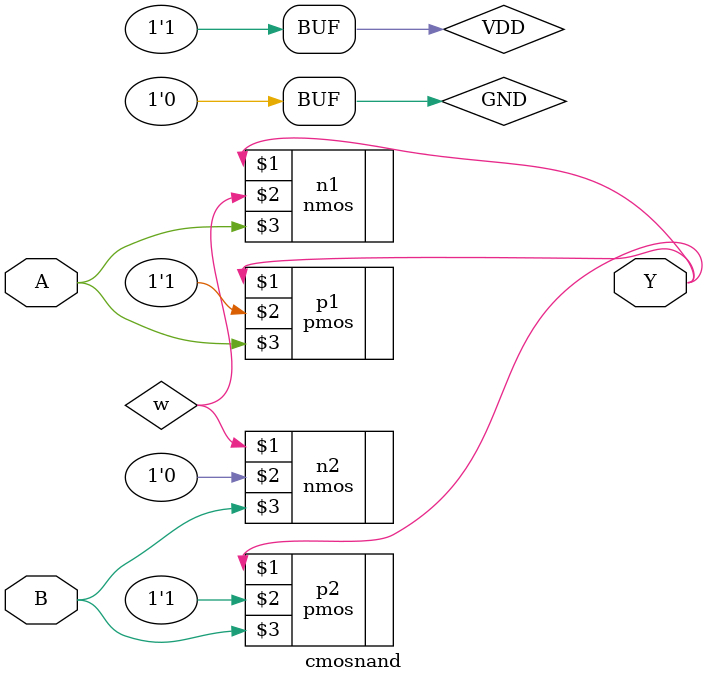
<source format=v>
`timescale 1ns / 1ps
module cmosnand (Y, A, B);
input A, B; 
output Y;
wire w;
supply0 GND;
supply1 VDD;
pmos p1 (Y, VDD, A);
pmos p2 (Y, VDD, B);
nmos n1 (Y, w,A );
nmos n2 (w, GND, B);
endmodule



</source>
